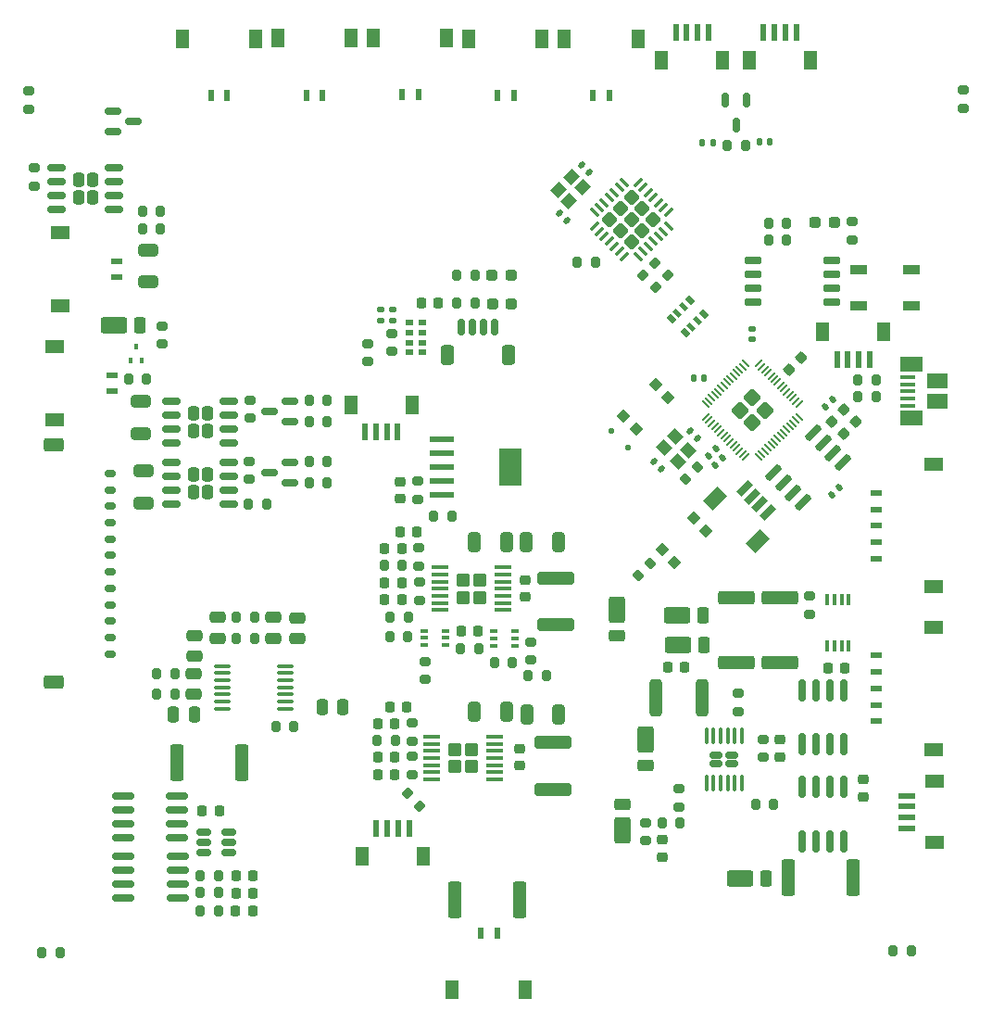
<source format=gbr>
%TF.GenerationSoftware,KiCad,Pcbnew,8.0.2-1*%
%TF.CreationDate,2024-07-16T19:06:40-07:00*%
%TF.ProjectId,battery_board_v3c,62617474-6572-4795-9f62-6f6172645f76,rev?*%
%TF.SameCoordinates,Original*%
%TF.FileFunction,Paste,Top*%
%TF.FilePolarity,Positive*%
%FSLAX46Y46*%
G04 Gerber Fmt 4.6, Leading zero omitted, Abs format (unit mm)*
G04 Created by KiCad (PCBNEW 8.0.2-1) date 2024-07-16 19:06:40*
%MOMM*%
%LPD*%
G01*
G04 APERTURE LIST*
G04 Aperture macros list*
%AMRoundRect*
0 Rectangle with rounded corners*
0 $1 Rounding radius*
0 $2 $3 $4 $5 $6 $7 $8 $9 X,Y pos of 4 corners*
0 Add a 4 corners polygon primitive as box body*
4,1,4,$2,$3,$4,$5,$6,$7,$8,$9,$2,$3,0*
0 Add four circle primitives for the rounded corners*
1,1,$1+$1,$2,$3*
1,1,$1+$1,$4,$5*
1,1,$1+$1,$6,$7*
1,1,$1+$1,$8,$9*
0 Add four rect primitives between the rounded corners*
20,1,$1+$1,$2,$3,$4,$5,0*
20,1,$1+$1,$4,$5,$6,$7,0*
20,1,$1+$1,$6,$7,$8,$9,0*
20,1,$1+$1,$8,$9,$2,$3,0*%
%AMRotRect*
0 Rectangle, with rotation*
0 The origin of the aperture is its center*
0 $1 length*
0 $2 width*
0 $3 Rotation angle, in degrees counterclockwise*
0 Add horizontal line*
21,1,$1,$2,0,0,$3*%
G04 Aperture macros list end*
%ADD10RoundRect,0.200000X0.200000X0.275000X-0.200000X0.275000X-0.200000X-0.275000X0.200000X-0.275000X0*%
%ADD11RoundRect,0.250000X0.650000X-0.325000X0.650000X0.325000X-0.650000X0.325000X-0.650000X-0.325000X0*%
%ADD12RoundRect,0.200000X0.275000X-0.200000X0.275000X0.200000X-0.275000X0.200000X-0.275000X-0.200000X0*%
%ADD13RotRect,0.600000X1.550000X135.000000*%
%ADD14RotRect,1.200000X1.800000X135.000000*%
%ADD15RoundRect,0.225000X-0.225000X-0.250000X0.225000X-0.250000X0.225000X0.250000X-0.225000X0.250000X0*%
%ADD16RoundRect,0.250000X-1.450000X0.312500X-1.450000X-0.312500X1.450000X-0.312500X1.450000X0.312500X0*%
%ADD17R,1.500000X0.900000*%
%ADD18RoundRect,0.150000X0.825000X0.150000X-0.825000X0.150000X-0.825000X-0.150000X0.825000X-0.150000X0*%
%ADD19RoundRect,0.150000X0.150000X0.625000X-0.150000X0.625000X-0.150000X-0.625000X0.150000X-0.625000X0*%
%ADD20RoundRect,0.250000X0.350000X0.650000X-0.350000X0.650000X-0.350000X-0.650000X0.350000X-0.650000X0*%
%ADD21R,0.650000X0.400000*%
%ADD22RoundRect,0.200000X-0.200000X-0.275000X0.200000X-0.275000X0.200000X0.275000X-0.200000X0.275000X0*%
%ADD23RoundRect,0.250000X0.255000X0.395000X-0.255000X0.395000X-0.255000X-0.395000X0.255000X-0.395000X0*%
%ADD24RoundRect,0.150000X0.662500X0.150000X-0.662500X0.150000X-0.662500X-0.150000X0.662500X-0.150000X0*%
%ADD25RoundRect,0.150000X-0.512500X-0.150000X0.512500X-0.150000X0.512500X0.150000X-0.512500X0.150000X0*%
%ADD26RoundRect,0.140000X-0.021213X0.219203X-0.219203X0.021213X0.021213X-0.219203X0.219203X-0.021213X0*%
%ADD27R,0.600000X1.000000*%
%ADD28R,1.250000X1.800000*%
%ADD29RoundRect,0.140000X-0.219203X-0.021213X-0.021213X-0.219203X0.219203X0.021213X0.021213X0.219203X0*%
%ADD30RoundRect,0.225000X-0.250000X0.225000X-0.250000X-0.225000X0.250000X-0.225000X0.250000X0.225000X0*%
%ADD31RoundRect,0.140000X0.170000X-0.140000X0.170000X0.140000X-0.170000X0.140000X-0.170000X-0.140000X0*%
%ADD32RotRect,0.800000X0.500000X135.000000*%
%ADD33RotRect,0.800000X0.400000X135.000000*%
%ADD34RoundRect,0.250000X-0.650000X0.325000X-0.650000X-0.325000X0.650000X-0.325000X0.650000X0.325000X0*%
%ADD35RoundRect,0.200000X0.335876X0.053033X0.053033X0.335876X-0.335876X-0.053033X-0.053033X-0.335876X0*%
%ADD36RoundRect,0.225000X0.250000X-0.225000X0.250000X0.225000X-0.250000X0.225000X-0.250000X-0.225000X0*%
%ADD37RoundRect,0.250000X-0.475000X0.250000X-0.475000X-0.250000X0.475000X-0.250000X0.475000X0.250000X0*%
%ADD38RoundRect,0.150000X0.150000X-0.825000X0.150000X0.825000X-0.150000X0.825000X-0.150000X-0.825000X0*%
%ADD39R,2.200000X0.600000*%
%ADD40R,2.150000X3.450000*%
%ADD41RoundRect,0.150000X0.406586X0.618718X-0.618718X-0.406586X-0.406586X-0.618718X0.618718X0.406586X0*%
%ADD42RotRect,0.900000X0.900000X225.000000*%
%ADD43R,1.000000X0.600000*%
%ADD44R,1.800000X1.250000*%
%ADD45RoundRect,0.225000X0.225000X0.250000X-0.225000X0.250000X-0.225000X-0.250000X0.225000X-0.250000X0*%
%ADD46RotRect,0.900000X0.900000X45.000000*%
%ADD47RoundRect,0.250000X-0.255000X-0.395000X0.255000X-0.395000X0.255000X0.395000X-0.255000X0.395000X0*%
%ADD48RoundRect,0.150000X-0.662500X-0.150000X0.662500X-0.150000X0.662500X0.150000X-0.662500X0.150000X0*%
%ADD49RoundRect,0.150000X0.587500X0.150000X-0.587500X0.150000X-0.587500X-0.150000X0.587500X-0.150000X0*%
%ADD50RoundRect,0.250000X0.362500X1.425000X-0.362500X1.425000X-0.362500X-1.425000X0.362500X-1.425000X0*%
%ADD51RoundRect,0.250000X0.325000X0.650000X-0.325000X0.650000X-0.325000X-0.650000X0.325000X-0.650000X0*%
%ADD52R,0.600000X1.550000*%
%ADD53R,1.200000X1.800000*%
%ADD54RoundRect,0.250001X-0.354999X-0.374999X0.354999X-0.374999X0.354999X0.374999X-0.354999X0.374999X0*%
%ADD55RoundRect,0.100000X-0.687500X-0.100000X0.687500X-0.100000X0.687500X0.100000X-0.687500X0.100000X0*%
%ADD56R,0.400000X1.100000*%
%ADD57RoundRect,0.200000X0.053033X-0.335876X0.335876X-0.053033X-0.053033X0.335876X-0.335876X0.053033X0*%
%ADD58RoundRect,0.237500X-0.287500X-0.237500X0.287500X-0.237500X0.287500X0.237500X-0.287500X0.237500X0*%
%ADD59RoundRect,0.250000X-0.362500X-1.425000X0.362500X-1.425000X0.362500X1.425000X-0.362500X1.425000X0*%
%ADD60RoundRect,0.250000X-0.500000X0.950000X-0.500000X-0.950000X0.500000X-0.950000X0.500000X0.950000X0*%
%ADD61RoundRect,0.250000X-0.500000X0.275000X-0.500000X-0.275000X0.500000X-0.275000X0.500000X0.275000X0*%
%ADD62RoundRect,0.250000X0.950000X0.500000X-0.950000X0.500000X-0.950000X-0.500000X0.950000X-0.500000X0*%
%ADD63RoundRect,0.250000X0.275000X0.500000X-0.275000X0.500000X-0.275000X-0.500000X0.275000X-0.500000X0*%
%ADD64RoundRect,0.140000X0.219203X0.021213X0.021213X0.219203X-0.219203X-0.021213X-0.021213X-0.219203X0*%
%ADD65RoundRect,0.125000X0.176777X0.000000X0.000000X0.176777X-0.176777X0.000000X0.000000X-0.176777X0*%
%ADD66RoundRect,0.150000X-0.150000X0.512500X-0.150000X-0.512500X0.150000X-0.512500X0.150000X0.512500X0*%
%ADD67RoundRect,0.150000X-0.150000X0.825000X-0.150000X-0.825000X0.150000X-0.825000X0.150000X0.825000X0*%
%ADD68RoundRect,0.250000X-0.325000X-0.650000X0.325000X-0.650000X0.325000X0.650000X-0.325000X0.650000X0*%
%ADD69RoundRect,0.200000X-0.053033X0.335876X-0.335876X0.053033X0.053033X-0.335876X0.335876X-0.053033X0*%
%ADD70R,0.400000X0.510000*%
%ADD71R,0.800000X0.500000*%
%ADD72RoundRect,0.250000X-1.425000X0.362500X-1.425000X-0.362500X1.425000X-0.362500X1.425000X0.362500X0*%
%ADD73RoundRect,0.200000X-0.275000X0.200000X-0.275000X-0.200000X0.275000X-0.200000X0.275000X0.200000X0*%
%ADD74RoundRect,0.250000X-0.250000X-0.475000X0.250000X-0.475000X0.250000X0.475000X-0.250000X0.475000X0*%
%ADD75RoundRect,0.100000X-0.637500X-0.100000X0.637500X-0.100000X0.637500X0.100000X-0.637500X0.100000X0*%
%ADD76RoundRect,0.150000X-0.650000X-0.150000X0.650000X-0.150000X0.650000X0.150000X-0.650000X0.150000X0*%
%ADD77R,1.550000X0.600000*%
%ADD78R,1.800000X1.200000*%
%ADD79RoundRect,0.250000X1.425000X-0.362500X1.425000X0.362500X-1.425000X0.362500X-1.425000X-0.362500X0*%
%ADD80RoundRect,0.140000X-0.140000X-0.170000X0.140000X-0.170000X0.140000X0.170000X-0.140000X0.170000X0*%
%ADD81R,1.380000X0.450000*%
%ADD82R,2.100000X1.475000*%
%ADD83R,1.900000X1.375000*%
%ADD84RoundRect,0.250000X0.500000X-0.950000X0.500000X0.950000X-0.500000X0.950000X-0.500000X-0.950000X0*%
%ADD85RoundRect,0.250000X0.500000X-0.275000X0.500000X0.275000X-0.500000X0.275000X-0.500000X-0.275000X0*%
%ADD86RoundRect,0.140000X0.140000X0.170000X-0.140000X0.170000X-0.140000X-0.170000X0.140000X-0.170000X0*%
%ADD87RoundRect,0.249999X-0.558616X0.000000X0.000000X-0.558616X0.558616X0.000000X0.000000X0.558616X0*%
%ADD88RoundRect,0.050000X-0.309359X0.238649X0.238649X-0.309359X0.309359X-0.238649X-0.238649X0.309359X0*%
%ADD89RoundRect,0.050000X-0.309359X-0.238649X-0.238649X-0.309359X0.309359X0.238649X0.238649X0.309359X0*%
%ADD90RoundRect,0.250000X-0.312500X-1.450000X0.312500X-1.450000X0.312500X1.450000X-0.312500X1.450000X0*%
%ADD91RoundRect,0.250000X0.452548X0.000000X0.000000X0.452548X-0.452548X0.000000X0.000000X-0.452548X0*%
%ADD92RoundRect,0.075000X0.362392X-0.256326X-0.256326X0.362392X-0.362392X0.256326X0.256326X-0.362392X0*%
%ADD93RoundRect,0.075000X0.362392X0.256326X0.256326X0.362392X-0.362392X-0.256326X-0.256326X-0.362392X0*%
%ADD94RoundRect,0.250000X0.475000X-0.250000X0.475000X0.250000X-0.475000X0.250000X-0.475000X-0.250000X0*%
%ADD95RoundRect,0.150000X-0.350000X0.150000X-0.350000X-0.150000X0.350000X-0.150000X0.350000X0.150000X0*%
%ADD96RoundRect,0.250000X-0.650000X0.375000X-0.650000X-0.375000X0.650000X-0.375000X0.650000X0.375000X0*%
%ADD97RoundRect,0.150000X-0.587500X-0.150000X0.587500X-0.150000X0.587500X0.150000X-0.587500X0.150000X0*%
%ADD98RoundRect,0.225000X0.017678X-0.335876X0.335876X-0.017678X-0.017678X0.335876X-0.335876X0.017678X0*%
%ADD99RoundRect,0.225000X-0.335876X-0.017678X-0.017678X-0.335876X0.335876X0.017678X0.017678X0.335876X0*%
%ADD100RoundRect,0.167500X0.407500X-0.167500X0.407500X0.167500X-0.407500X0.167500X-0.407500X-0.167500X0*%
%ADD101RoundRect,0.100000X0.100000X-0.625000X0.100000X0.625000X-0.100000X0.625000X-0.100000X-0.625000X0*%
%ADD102RotRect,1.150000X1.000000X315.000000*%
%ADD103RoundRect,0.140000X0.021213X-0.219203X0.219203X-0.021213X-0.021213X0.219203X-0.219203X0.021213X0*%
%ADD104RotRect,1.150000X1.000000X225.000000*%
G04 APERTURE END LIST*
D10*
%TO.C,R35*%
X163325000Y-64500000D03*
X161675000Y-64500000D03*
%TD*%
D11*
%TO.C,C14*%
X122000000Y-86450002D03*
X122000000Y-83500000D03*
%TD*%
%TO.C,C54*%
X121800000Y-80150002D03*
X121800000Y-77200000D03*
%TD*%
D12*
%TO.C,R57*%
X186800000Y-62425000D03*
X186800000Y-60775000D03*
%TD*%
D13*
%TO.C,J21*%
X179057577Y-87283744D03*
X178350470Y-86576637D03*
X177643363Y-85869530D03*
X176936256Y-85162423D03*
D14*
X178191371Y-89988427D03*
X174231573Y-86028629D03*
%TD*%
D10*
%TO.C,R32*%
X135750000Y-106900000D03*
X134100000Y-106900000D03*
%TD*%
D15*
%TO.C,C1*%
X144082500Y-90615000D03*
X145632500Y-90615000D03*
%TD*%
D16*
%TO.C,L3*%
X159440000Y-108330000D03*
X159440000Y-112605000D03*
%TD*%
D17*
%TO.C,LED1*%
X192250000Y-68450000D03*
X192250000Y-65150000D03*
X187350000Y-65150000D03*
X187350000Y-68450000D03*
%TD*%
D18*
%TO.C,Q2*%
X125124999Y-122585000D03*
X125124999Y-121315000D03*
X125124999Y-120045000D03*
X125124999Y-118775000D03*
X120174999Y-118775000D03*
X120174999Y-120045000D03*
X120174999Y-121315000D03*
X120174999Y-122585000D03*
%TD*%
D19*
%TO.C,J27*%
X154110000Y-70395000D03*
X153110000Y-70395000D03*
X152110000Y-70395000D03*
X151110000Y-70395000D03*
D20*
X155410000Y-72920000D03*
X149810000Y-72920000D03*
%TD*%
D21*
%TO.C,Q3*%
X154057500Y-98180000D03*
X154057500Y-98830000D03*
X154057500Y-99480000D03*
X155957500Y-99480000D03*
X155957500Y-98830000D03*
X155957500Y-98180000D03*
%TD*%
D22*
%TO.C,R4*%
X127225000Y-120530000D03*
X128875000Y-120530000D03*
%TD*%
D23*
%TO.C,Q9*%
X127832502Y-85469999D03*
X127832502Y-83869999D03*
X126572502Y-85469999D03*
X126572502Y-83869999D03*
D24*
X129840002Y-86574999D03*
X129840002Y-85304999D03*
X129840002Y-84034999D03*
X129840002Y-82764999D03*
X124565002Y-82764999D03*
X124565002Y-84034999D03*
X124565002Y-85304999D03*
X124565002Y-86574999D03*
%TD*%
D25*
%TO.C,U1*%
X127542500Y-116500000D03*
X127542500Y-117450000D03*
X127542500Y-118400000D03*
X129817500Y-118400000D03*
X129817500Y-117450000D03*
X129817500Y-116500000D03*
%TD*%
D26*
%TO.C,C31*%
X185639411Y-85060589D03*
X184960589Y-85739411D03*
%TD*%
D27*
%TO.C,J7*%
X155870000Y-49225000D03*
X154370000Y-49225000D03*
D28*
X158475000Y-44035000D03*
X151765000Y-44035000D03*
%TD*%
D29*
%TO.C,C20*%
X171960589Y-79870589D03*
X172639411Y-80549411D03*
%TD*%
D10*
%TO.C,FB3*%
X132177500Y-98852499D03*
X130527500Y-98852499D03*
%TD*%
%TO.C,R19*%
X133285000Y-86564998D03*
X131635000Y-86564998D03*
%TD*%
D30*
%TO.C,C40*%
X180220000Y-108085000D03*
X180220000Y-109635000D03*
%TD*%
D12*
%TO.C,R60*%
X123750000Y-71955000D03*
X123750000Y-70305000D03*
%TD*%
D31*
%TO.C,C52*%
X144800000Y-69780000D03*
X144800000Y-68820000D03*
%TD*%
D32*
%TO.C,R48*%
X171537868Y-70934924D03*
D33*
X172103553Y-70369239D03*
X172669239Y-69803553D03*
D32*
X173234924Y-69237868D03*
X171962132Y-67965076D03*
D33*
X171396447Y-68530761D03*
X170830761Y-69096447D03*
D32*
X170265076Y-69662132D03*
%TD*%
D27*
%TO.C,J8*%
X164610000Y-49245000D03*
X163110000Y-49245000D03*
D28*
X167215000Y-44055000D03*
X160505000Y-44055000D03*
%TD*%
D34*
%TO.C,C50*%
X122430000Y-63325000D03*
X122430000Y-66275000D03*
%TD*%
D10*
%TO.C,R31*%
X180825000Y-60880000D03*
X179175000Y-60880000D03*
%TD*%
D22*
%TO.C,R43*%
X169415000Y-115690000D03*
X171065000Y-115690000D03*
%TD*%
D35*
%TO.C,R40*%
X169963503Y-65683595D03*
X168796777Y-64516869D03*
%TD*%
D36*
%TO.C,C13*%
X145467500Y-86055000D03*
X145467500Y-84505000D03*
%TD*%
D37*
%TO.C,C18*%
X126627500Y-102032499D03*
X126627500Y-103932499D03*
%TD*%
D38*
%TO.C,U14*%
X182215000Y-108495000D03*
X183485000Y-108495000D03*
X184755000Y-108495000D03*
X186025000Y-108495000D03*
X186025000Y-103545000D03*
X184755000Y-103545000D03*
X183485000Y-103545000D03*
X182215000Y-103545000D03*
%TD*%
D39*
%TO.C,U6*%
X149270000Y-80630000D03*
X149270000Y-81900000D03*
X149270000Y-83170000D03*
X149270000Y-84440000D03*
X149270000Y-85710000D03*
D40*
X155570000Y-83170000D03*
%TD*%
D41*
%TO.C,U13*%
X185957838Y-82766238D03*
X185059813Y-81868213D03*
X184161787Y-80970187D03*
X183263762Y-80072162D03*
X179622162Y-83713762D03*
X180520187Y-84611787D03*
X181418213Y-85509813D03*
X182316238Y-86407838D03*
%TD*%
D42*
%TO.C,SW1*%
X167046117Y-79685254D03*
X169945254Y-76786117D03*
X165914746Y-78553883D03*
X168813883Y-75654746D03*
%TD*%
D43*
%TO.C,J14*%
X189030000Y-106400000D03*
X189030000Y-104900000D03*
X189030000Y-103400000D03*
X189030000Y-101900000D03*
X189030000Y-100400000D03*
D44*
X194220000Y-109005000D03*
X194220000Y-97795000D03*
%TD*%
D45*
%TO.C,C49*%
X144995000Y-109710000D03*
X143445000Y-109710000D03*
%TD*%
D46*
%TO.C,SW2*%
X172313883Y-87844746D03*
X169414746Y-90743883D03*
X173445254Y-88976117D03*
X170546117Y-91875254D03*
%TD*%
D12*
%TO.C,R59*%
X112050000Y-57485000D03*
X112050000Y-55835000D03*
%TD*%
D15*
%TO.C,C12*%
X151052500Y-98160000D03*
X152602500Y-98160000D03*
%TD*%
%TO.C,C43*%
X144535000Y-105100000D03*
X146085000Y-105100000D03*
%TD*%
D47*
%TO.C,Q11*%
X116082500Y-56965000D03*
X116082500Y-58565000D03*
X117342500Y-56965000D03*
X117342500Y-58565000D03*
D48*
X114075000Y-55860000D03*
X114075000Y-57130000D03*
X114075000Y-58400000D03*
X114075000Y-59670000D03*
X119350000Y-59670000D03*
X119350000Y-58400000D03*
X119350000Y-57130000D03*
X119350000Y-55860000D03*
%TD*%
D36*
%TO.C,C6*%
X156907500Y-95015000D03*
X156907500Y-93465000D03*
%TD*%
D49*
%TO.C,Q7*%
X135407501Y-84619998D03*
X135407501Y-82719998D03*
X133532501Y-83669998D03*
%TD*%
D22*
%TO.C,R54*%
X187340000Y-76720000D03*
X188990000Y-76720000D03*
%TD*%
D50*
%TO.C,R1*%
X130962500Y-110200000D03*
X125037500Y-110200000D03*
%TD*%
D51*
%TO.C,C46*%
X155185000Y-105500000D03*
X152235000Y-105500000D03*
%TD*%
D52*
%TO.C,J20*%
X173670000Y-43475000D03*
X172670000Y-43475000D03*
X171670000Y-43475000D03*
X170670000Y-43475000D03*
D53*
X174970000Y-46000000D03*
X169370000Y-46000000D03*
%TD*%
D12*
%TO.C,R62*%
X111540000Y-50465000D03*
X111540000Y-48815000D03*
%TD*%
D54*
%TO.C,U3*%
X151227500Y-93525000D03*
X151227500Y-95075000D03*
X152727500Y-93525000D03*
X152727500Y-95075000D03*
D55*
X149115000Y-92350000D03*
X149115000Y-93000000D03*
X149115000Y-93650000D03*
X149115000Y-94300000D03*
X149115000Y-94950000D03*
X149115000Y-95600000D03*
X149115000Y-96250000D03*
X154840000Y-96250000D03*
X154840000Y-95600000D03*
X154840000Y-94950000D03*
X154840000Y-94300000D03*
X154840000Y-93650000D03*
X154840000Y-93000000D03*
X154840000Y-92350000D03*
%TD*%
D31*
%TO.C,C51*%
X143700000Y-69780000D03*
X143700000Y-68820000D03*
%TD*%
D12*
%TO.C,R52*%
X178650000Y-109685000D03*
X178650000Y-108035000D03*
%TD*%
D10*
%TO.C,R10*%
X155762500Y-101060000D03*
X154112500Y-101060000D03*
%TD*%
D37*
%TO.C,C27*%
X133887499Y-96922500D03*
X133887499Y-98822500D03*
%TD*%
D22*
%TO.C,R53*%
X187340000Y-75180000D03*
X188990000Y-75180000D03*
%TD*%
D56*
%TO.C,IC2*%
X184524999Y-99550000D03*
X185175000Y-99550000D03*
X185825000Y-99550000D03*
X186475001Y-99550000D03*
X186475001Y-95250000D03*
X185825000Y-95250000D03*
X185175000Y-95250000D03*
X184524999Y-95250000D03*
%TD*%
D10*
%TO.C,R9*%
X122302500Y-75170000D03*
X120652500Y-75170000D03*
%TD*%
D57*
%TO.C,R36*%
X167200000Y-93110000D03*
X168366726Y-91943274D03*
%TD*%
D58*
%TO.C,D10*%
X185174999Y-60800000D03*
X183425001Y-60800000D03*
%TD*%
D59*
%TO.C,R49*%
X180937500Y-120700000D03*
X186862500Y-120700000D03*
%TD*%
D60*
%TO.C,D11*%
X165800000Y-116350000D03*
D61*
X165800000Y-113975000D03*
%TD*%
D62*
%TO.C,D4*%
X176525000Y-120800000D03*
D63*
X178900000Y-120800000D03*
%TD*%
D64*
%TO.C,C21*%
X169389411Y-83379411D03*
X168710589Y-82700589D03*
%TD*%
D65*
%TO.C,D8*%
X164772183Y-79872183D03*
X166327817Y-81427817D03*
%TD*%
D66*
%TO.C,D5*%
X177130000Y-49675000D03*
X175230000Y-49675000D03*
X176180000Y-51950000D03*
%TD*%
D67*
%TO.C,U12*%
X186005000Y-112425000D03*
X184735000Y-112425000D03*
X183465000Y-112425000D03*
X182195000Y-112425000D03*
X182195000Y-117375000D03*
X183465000Y-117375000D03*
X184735000Y-117375000D03*
X186005000Y-117375000D03*
%TD*%
D68*
%TO.C,C45*%
X157045000Y-105820000D03*
X159995000Y-105820000D03*
%TD*%
D12*
%TO.C,R6*%
X147137500Y-92210000D03*
X147137500Y-90560000D03*
%TD*%
D69*
%TO.C,R38*%
X172683363Y-83136637D03*
X171516637Y-84303363D03*
%TD*%
D58*
%TO.C,D2*%
X155670000Y-68240000D03*
X153920000Y-68240000D03*
%TD*%
D70*
%TO.C,Q4*%
X120841957Y-73425562D03*
X121841957Y-73425562D03*
X121341957Y-72135562D03*
%TD*%
D71*
%TO.C,IC5*%
X147500000Y-72700000D03*
X147500000Y-71800000D03*
X147500000Y-70900000D03*
X147500000Y-70000000D03*
X146300000Y-70000000D03*
X146300000Y-70900000D03*
X146300000Y-71800000D03*
X146300000Y-72700000D03*
%TD*%
D72*
%TO.C,R55*%
X176250000Y-95137500D03*
X176250000Y-101062500D03*
%TD*%
D73*
%TO.C,R2*%
X182900000Y-94975000D03*
X182900000Y-96625000D03*
%TD*%
%TO.C,R25*%
X147057500Y-84455000D03*
X147057500Y-86105000D03*
%TD*%
D22*
%TO.C,R26*%
X148552500Y-87640000D03*
X150202500Y-87640000D03*
%TD*%
D29*
%TO.C,C35*%
X160049866Y-59984315D03*
X160728688Y-60663137D03*
%TD*%
D43*
%TO.C,J10*%
X119570000Y-64340000D03*
X119570000Y-65840000D03*
D44*
X114380000Y-61735000D03*
X114380000Y-68445000D03*
%TD*%
D30*
%TO.C,C34*%
X169450000Y-117235000D03*
X169450000Y-118785000D03*
%TD*%
D27*
%TO.C,J5*%
X138390000Y-49192500D03*
X136890000Y-49192500D03*
D28*
X140995000Y-44002500D03*
X134285000Y-44002500D03*
%TD*%
D29*
%TO.C,C36*%
X162036836Y-55564897D03*
X162715658Y-56243719D03*
%TD*%
D74*
%TO.C,C22*%
X138350000Y-105100000D03*
X140250000Y-105100000D03*
%TD*%
D37*
%TO.C,C16*%
X136047500Y-96942499D03*
X136047500Y-98842499D03*
%TD*%
D10*
%TO.C,R47*%
X179615000Y-114000000D03*
X177965000Y-114000000D03*
%TD*%
D26*
%TO.C,C33*%
X174339411Y-81460589D03*
X173660589Y-82139411D03*
%TD*%
D51*
%TO.C,C4*%
X155225000Y-90000000D03*
X152275000Y-90000000D03*
%TD*%
D45*
%TO.C,C7*%
X131995000Y-123720000D03*
X130445000Y-123720000D03*
%TD*%
D12*
%TO.C,R20*%
X146540000Y-111260000D03*
X146540000Y-109610000D03*
%TD*%
D26*
%TO.C,C26*%
X185009411Y-77030589D03*
X184330589Y-77709411D03*
%TD*%
D22*
%TO.C,R12*%
X151012500Y-99750000D03*
X152662500Y-99750000D03*
%TD*%
D75*
%TO.C,U15*%
X129237500Y-101350000D03*
X129237500Y-102000000D03*
X129237500Y-102650000D03*
X129237500Y-103300000D03*
X129237500Y-103950000D03*
X129237500Y-104600000D03*
X129237500Y-105250000D03*
X134962500Y-105250000D03*
X134962500Y-104600000D03*
X134962500Y-103950000D03*
X134962500Y-103300000D03*
X134962500Y-102650000D03*
X134962500Y-102000000D03*
X134962500Y-101350000D03*
%TD*%
D10*
%TO.C,R22*%
X138817501Y-82669999D03*
X137167501Y-82669999D03*
%TD*%
D76*
%TO.C,U8*%
X177720000Y-64275000D03*
X177720000Y-65545000D03*
X177720000Y-66815000D03*
X177720000Y-68085000D03*
X184920000Y-68085000D03*
X184920000Y-66815000D03*
X184920000Y-65545000D03*
X184920000Y-64275000D03*
%TD*%
D62*
%TO.C,D6*%
X170850000Y-99400000D03*
D63*
X173225000Y-99400000D03*
%TD*%
D12*
%TO.C,R15*%
X147777500Y-102595000D03*
X147777500Y-100945000D03*
%TD*%
D22*
%TO.C,R30*%
X121915000Y-59840000D03*
X123565000Y-59840000D03*
%TD*%
%TO.C,R56*%
X179155000Y-62450000D03*
X180805000Y-62450000D03*
%TD*%
D12*
%TO.C,R1043*%
X167900000Y-117325000D03*
X167900000Y-115675000D03*
%TD*%
%TO.C,R67*%
X144700000Y-72625000D03*
X144700000Y-70975000D03*
%TD*%
D45*
%TO.C,C10*%
X145622500Y-95260000D03*
X144072500Y-95260000D03*
%TD*%
D21*
%TO.C,Q5*%
X149587500Y-99440000D03*
X149587500Y-98790000D03*
X149587500Y-98140000D03*
X147687500Y-98140000D03*
X147687500Y-98790000D03*
X147687500Y-99440000D03*
%TD*%
D49*
%TO.C,Q6*%
X135440002Y-79039999D03*
X135440002Y-77139999D03*
X133565002Y-78089999D03*
%TD*%
D10*
%TO.C,FB2*%
X132172500Y-96902500D03*
X130522500Y-96902500D03*
%TD*%
D45*
%TO.C,C11*%
X145627500Y-93730000D03*
X144077500Y-93730000D03*
%TD*%
%TO.C,C8*%
X132015001Y-120540000D03*
X130465001Y-120540000D03*
%TD*%
D10*
%TO.C,R64*%
X114375000Y-127540000D03*
X112725000Y-127540000D03*
%TD*%
%TO.C,R3*%
X128885000Y-123740000D03*
X127235000Y-123740000D03*
%TD*%
%TO.C,R29*%
X123555000Y-61400000D03*
X121905000Y-61400000D03*
%TD*%
D77*
%TO.C,J16*%
X191775000Y-113200000D03*
X191775000Y-114200000D03*
X191775000Y-115200000D03*
X191775000Y-116200000D03*
D78*
X194300000Y-111900000D03*
X194300000Y-117500000D03*
%TD*%
D22*
%TO.C,R13*%
X157182500Y-102260000D03*
X158832500Y-102260000D03*
%TD*%
D15*
%TO.C,C44*%
X143455000Y-106620000D03*
X145005000Y-106620000D03*
%TD*%
%TO.C,C42*%
X184575000Y-101520000D03*
X186125000Y-101520000D03*
%TD*%
D45*
%TO.C,C9*%
X132005000Y-122090000D03*
X130455000Y-122090000D03*
%TD*%
D31*
%TO.C,C29*%
X177630000Y-71530000D03*
X177630000Y-70570000D03*
%TD*%
D79*
%TO.C,R50*%
X180200000Y-101062500D03*
X180200000Y-95137500D03*
%TD*%
D80*
%TO.C,C37*%
X178297500Y-53492500D03*
X179257500Y-53492500D03*
%TD*%
D35*
%TO.C,R61*%
X147283363Y-114183363D03*
X146116637Y-113016637D03*
%TD*%
D81*
%TO.C,J24*%
X191890000Y-74947500D03*
X191890000Y-75597500D03*
X191890000Y-76247500D03*
X191890000Y-76897500D03*
X191890000Y-77547500D03*
D82*
X192250000Y-78710000D03*
D83*
X194550000Y-77185000D03*
X194550000Y-75310000D03*
D82*
X192250000Y-73785000D03*
%TD*%
D36*
%TO.C,C47*%
X156380000Y-110455000D03*
X156380000Y-108905000D03*
%TD*%
D12*
%TO.C,R63*%
X196970000Y-50395000D03*
X196970000Y-48745000D03*
%TD*%
D84*
%TO.C,D7*%
X167900000Y-108100000D03*
D85*
X167900000Y-110475000D03*
%TD*%
D73*
%TO.C,R27*%
X131742501Y-77054999D03*
X131742501Y-78704999D03*
%TD*%
D15*
%TO.C,C2*%
X145447500Y-89075000D03*
X146997500Y-89075000D03*
%TD*%
D10*
%TO.C,R39*%
X152310000Y-68160000D03*
X150660000Y-68160000D03*
%TD*%
D22*
%TO.C,R23*%
X137147502Y-79059999D03*
X138797502Y-79059999D03*
%TD*%
D54*
%TO.C,U5*%
X150500000Y-108975000D03*
X150500000Y-110525000D03*
X152000000Y-108975000D03*
X152000000Y-110525000D03*
D55*
X148387500Y-107800000D03*
X148387500Y-108450000D03*
X148387500Y-109100000D03*
X148387500Y-109750000D03*
X148387500Y-110400000D03*
X148387500Y-111050000D03*
X148387500Y-111700000D03*
X154112500Y-111700000D03*
X154112500Y-111050000D03*
X154112500Y-110400000D03*
X154112500Y-109750000D03*
X154112500Y-109100000D03*
X154112500Y-108450000D03*
X154112500Y-107800000D03*
%TD*%
D52*
%TO.C,J22*%
X181700000Y-43475000D03*
X180700000Y-43475000D03*
X179700000Y-43475000D03*
X178700000Y-43475000D03*
D53*
X183000000Y-46000000D03*
X177400000Y-46000000D03*
%TD*%
D86*
%TO.C,C32*%
X173270000Y-75050000D03*
X172310000Y-75050000D03*
%TD*%
D87*
%TO.C,IC3*%
X177666528Y-76866516D03*
X176535157Y-77997887D03*
X178797899Y-77997887D03*
X177666528Y-79129258D03*
D88*
X177074326Y-73728730D03*
X176791483Y-74011573D03*
X176508641Y-74294415D03*
X176225798Y-74577258D03*
X175942955Y-74860101D03*
X175660113Y-75142943D03*
X175377270Y-75425786D03*
X175094427Y-75708629D03*
X174811584Y-75991472D03*
X174528742Y-76274314D03*
X174245899Y-76557157D03*
X173963056Y-76840000D03*
X173680214Y-77122842D03*
X173397371Y-77405685D03*
D89*
X173397371Y-78590089D03*
X173680214Y-78872932D03*
X173963056Y-79155774D03*
X174245899Y-79438617D03*
X174528742Y-79721460D03*
X174811584Y-80004302D03*
X175094427Y-80287145D03*
X175377270Y-80569988D03*
X175660113Y-80852831D03*
X175942955Y-81135673D03*
X176225798Y-81418516D03*
X176508641Y-81701359D03*
X176791483Y-81984201D03*
X177074326Y-82267044D03*
D88*
X178258730Y-82267044D03*
X178541573Y-81984201D03*
X178824415Y-81701359D03*
X179107258Y-81418516D03*
X179390101Y-81135673D03*
X179672943Y-80852831D03*
X179955786Y-80569988D03*
X180238629Y-80287145D03*
X180521472Y-80004302D03*
X180804314Y-79721460D03*
X181087157Y-79438617D03*
X181370000Y-79155774D03*
X181652842Y-78872932D03*
X181935685Y-78590089D03*
D89*
X181935685Y-77405685D03*
X181652842Y-77122842D03*
X181370000Y-76840000D03*
X181087157Y-76557157D03*
X180804314Y-76274314D03*
X180521472Y-75991472D03*
X180238629Y-75708629D03*
X179955786Y-75425786D03*
X179672943Y-75142943D03*
X179390101Y-74860101D03*
X179107258Y-74577258D03*
X178824415Y-74294415D03*
X178541573Y-74011573D03*
X178258730Y-73728730D03*
%TD*%
D43*
%TO.C,J15*%
X189040000Y-91530000D03*
X189040000Y-90030000D03*
X189040000Y-88530000D03*
X189040000Y-87030000D03*
X189040000Y-85530000D03*
D44*
X194230000Y-94135000D03*
X194230000Y-82925000D03*
%TD*%
D22*
%TO.C,R18*%
X143405000Y-108150000D03*
X145055000Y-108150000D03*
%TD*%
%TO.C,R8*%
X144032500Y-92145000D03*
X145682500Y-92145000D03*
%TD*%
D74*
%TO.C,C17*%
X124750001Y-105800000D03*
X126649999Y-105800000D03*
%TD*%
D80*
%TO.C,C38*%
X173097500Y-53532500D03*
X174057500Y-53532500D03*
%TD*%
D52*
%TO.C,J11*%
X142264000Y-79995000D03*
X143264000Y-79995000D03*
X144264000Y-79995000D03*
X145264000Y-79995000D03*
D53*
X140964000Y-77470000D03*
X146564000Y-77470000D03*
%TD*%
D90*
%TO.C,L2*%
X168822500Y-104250000D03*
X173097500Y-104250000D03*
%TD*%
D22*
%TO.C,R33*%
X123232501Y-103942499D03*
X124882501Y-103942499D03*
%TD*%
D91*
%TO.C,U11*%
X167615909Y-61554092D03*
X166611817Y-62558183D03*
X168620000Y-60550000D03*
X165607725Y-61554092D03*
X166611817Y-60550000D03*
X167615909Y-59545908D03*
X164603634Y-60550000D03*
X166611817Y-58541817D03*
X165607725Y-59545908D03*
D92*
X167239374Y-63935274D03*
X167698994Y-63475654D03*
X168158613Y-63016035D03*
X168618232Y-62556415D03*
X169077852Y-62096796D03*
X169537471Y-61637177D03*
X169997091Y-61177557D03*
D93*
X169997091Y-59922443D03*
X169537471Y-59462823D03*
X169077852Y-59003204D03*
X168618232Y-58543585D03*
X168158613Y-58083965D03*
X167698994Y-57624346D03*
X167239374Y-57164726D03*
D92*
X165984260Y-57164726D03*
X165524640Y-57624346D03*
X165065021Y-58083965D03*
X164605402Y-58543585D03*
X164145782Y-59003204D03*
X163686163Y-59462823D03*
X163226543Y-59922443D03*
D93*
X163226543Y-61177557D03*
X163686163Y-61637177D03*
X164145782Y-62096796D03*
X164605402Y-62556415D03*
X165065021Y-63016035D03*
X165524640Y-63475654D03*
X165984260Y-63935274D03*
%TD*%
D22*
%TO.C,R7*%
X144582500Y-96900000D03*
X146232500Y-96900000D03*
%TD*%
D94*
%TO.C,C24*%
X128807500Y-98832500D03*
X128807500Y-96932500D03*
%TD*%
D18*
%TO.C,Q1*%
X125114999Y-117025000D03*
X125114999Y-115755000D03*
X125114999Y-114485000D03*
X125114999Y-113215000D03*
X120164999Y-113215000D03*
X120164999Y-114485000D03*
X120164999Y-115755000D03*
X120164999Y-117025000D03*
%TD*%
D22*
%TO.C,R65*%
X190560000Y-127400000D03*
X192210000Y-127400000D03*
%TD*%
D12*
%TO.C,R66*%
X142500000Y-73525000D03*
X142500000Y-71875000D03*
%TD*%
D10*
%TO.C,R17*%
X146182500Y-98700000D03*
X144532500Y-98700000D03*
%TD*%
D73*
%TO.C,R44*%
X171000000Y-112555000D03*
X171000000Y-114205000D03*
%TD*%
D95*
%TO.C,J12*%
X119000000Y-83750001D03*
X119000000Y-85250000D03*
X119000000Y-86750000D03*
X119000000Y-88250000D03*
X119000000Y-89750000D03*
X119000000Y-91249999D03*
X119000000Y-92750001D03*
X119000000Y-94250000D03*
X119000000Y-95750000D03*
X119000000Y-97250000D03*
X119000000Y-98750000D03*
X119000000Y-100249999D03*
D96*
X113810000Y-81145000D03*
X113810000Y-102855000D03*
%TD*%
D97*
%TO.C,Q10*%
X119252500Y-50650000D03*
X119252500Y-52550000D03*
X121127500Y-51600000D03*
%TD*%
D22*
%TO.C,R5*%
X127235001Y-122070000D03*
X128885001Y-122070000D03*
%TD*%
D10*
%TO.C,R21*%
X138807501Y-77109998D03*
X137157501Y-77109998D03*
%TD*%
D27*
%TO.C,J9*%
X129690000Y-49222500D03*
X128190000Y-49222500D03*
D28*
X132295000Y-44032500D03*
X125585000Y-44032500D03*
%TD*%
D10*
%TO.C,R46*%
X177032500Y-53762500D03*
X175382500Y-53762500D03*
%TD*%
D62*
%TO.C,D1*%
X119300000Y-70200000D03*
D63*
X121675000Y-70200000D03*
%TD*%
D52*
%TO.C,J19*%
X146300000Y-116225000D03*
X145300000Y-116225000D03*
X144300000Y-116225000D03*
X143300000Y-116225000D03*
D53*
X147600000Y-118750000D03*
X142000000Y-118750000D03*
%TD*%
D98*
%TO.C,C23*%
X181041992Y-74288008D03*
X182138008Y-73191992D03*
%TD*%
D99*
%TO.C,C28*%
X186071992Y-77961992D03*
X187168008Y-79058008D03*
%TD*%
D68*
%TO.C,C3*%
X157025000Y-90000000D03*
X159975000Y-90000000D03*
%TD*%
D23*
%TO.C,Q8*%
X127850000Y-79885000D03*
X127850000Y-78285000D03*
X126590000Y-79885000D03*
X126590000Y-78285000D03*
D24*
X129857500Y-80990000D03*
X129857500Y-79720000D03*
X129857500Y-78450000D03*
X129857500Y-77180000D03*
X124582500Y-77180000D03*
X124582500Y-78450000D03*
X124582500Y-79720000D03*
X124582500Y-80990000D03*
%TD*%
D12*
%TO.C,R16*%
X146540000Y-108215000D03*
X146540000Y-106565000D03*
%TD*%
D94*
%TO.C,C19*%
X126647501Y-100452500D03*
X126647501Y-98552500D03*
%TD*%
D15*
%TO.C,C53*%
X147425000Y-68200000D03*
X148975000Y-68200000D03*
%TD*%
D59*
%TO.C,R58*%
X150457500Y-122710000D03*
X156382500Y-122710000D03*
%TD*%
D16*
%TO.C,L1*%
X159727500Y-93312500D03*
X159727500Y-97587500D03*
%TD*%
D45*
%TO.C,C48*%
X144995000Y-111270000D03*
X143445000Y-111270000D03*
%TD*%
D100*
%TO.C,IC4*%
X174380000Y-110290000D03*
X175800000Y-110290000D03*
X174380000Y-109470000D03*
X175800000Y-109470000D03*
D101*
X173465000Y-112030000D03*
X174115000Y-112030000D03*
X174765000Y-112030000D03*
X175415000Y-112030000D03*
X176065000Y-112030000D03*
X176715000Y-112030000D03*
X176715000Y-107730000D03*
X176065000Y-107730000D03*
X175415000Y-107730000D03*
X174765000Y-107730000D03*
X174115000Y-107730000D03*
X173465000Y-107730000D03*
%TD*%
D84*
%TO.C,D12*%
X165300000Y-96250000D03*
D85*
X165300000Y-98625000D03*
%TD*%
D102*
%TO.C,Y1*%
X169616307Y-81406256D03*
X170853744Y-82643693D03*
X171843693Y-81653744D03*
X170606256Y-80416307D03*
%TD*%
D12*
%TO.C,R11*%
X147237500Y-95325000D03*
X147237500Y-93675000D03*
%TD*%
D27*
%TO.C,J17*%
X152840000Y-125740000D03*
X154340000Y-125740000D03*
D28*
X150235000Y-130930000D03*
X156945000Y-130930000D03*
%TD*%
D62*
%TO.C,D9*%
X170825000Y-96700000D03*
D63*
X173200000Y-96700000D03*
%TD*%
D10*
%TO.C,R34*%
X124872501Y-102032499D03*
X123222501Y-102032499D03*
%TD*%
D12*
%TO.C,R51*%
X176360000Y-105505000D03*
X176360000Y-103855000D03*
%TD*%
D22*
%TO.C,R24*%
X137147501Y-84639998D03*
X138797501Y-84639998D03*
%TD*%
D15*
%TO.C,C39*%
X169935000Y-101470000D03*
X171485000Y-101470000D03*
%TD*%
%TO.C,C5*%
X127395000Y-114610000D03*
X128945000Y-114610000D03*
%TD*%
D27*
%TO.C,J6*%
X147145000Y-49175000D03*
X145645000Y-49175000D03*
D28*
X149750000Y-43985000D03*
X143040000Y-43985000D03*
%TD*%
D36*
%TO.C,C41*%
X187800000Y-113275000D03*
X187800000Y-111725000D03*
%TD*%
D103*
%TO.C,C25*%
X174240589Y-83009411D03*
X174919411Y-82330589D03*
%TD*%
D43*
%TO.C,J3*%
X119107500Y-74750000D03*
X119107500Y-76250000D03*
D44*
X113917500Y-72145000D03*
X113917500Y-78855000D03*
%TD*%
D35*
%TO.C,R42*%
X168863952Y-66790217D03*
X167697226Y-65623491D03*
%TD*%
D12*
%TO.C,R14*%
X157427500Y-100785000D03*
X157427500Y-99135000D03*
%TD*%
D73*
%TO.C,R28*%
X131712500Y-82625000D03*
X131712500Y-84275000D03*
%TD*%
D104*
%TO.C,Y2*%
X161170631Y-56643235D03*
X159933194Y-57880672D03*
X160923143Y-58870621D03*
X162160580Y-57633184D03*
%TD*%
D52*
%TO.C,J26*%
X185410000Y-73365000D03*
X186410000Y-73365000D03*
X187410000Y-73365000D03*
X188410000Y-73365000D03*
D53*
X184110000Y-70840000D03*
X189710000Y-70840000D03*
%TD*%
D58*
%TO.C,D3*%
X155655000Y-65610000D03*
X153905000Y-65610000D03*
%TD*%
D10*
%TO.C,R41*%
X152320000Y-65610000D03*
X150670000Y-65610000D03*
%TD*%
D99*
%TO.C,C30*%
X184961992Y-79041992D03*
X186058008Y-80138008D03*
%TD*%
M02*

</source>
